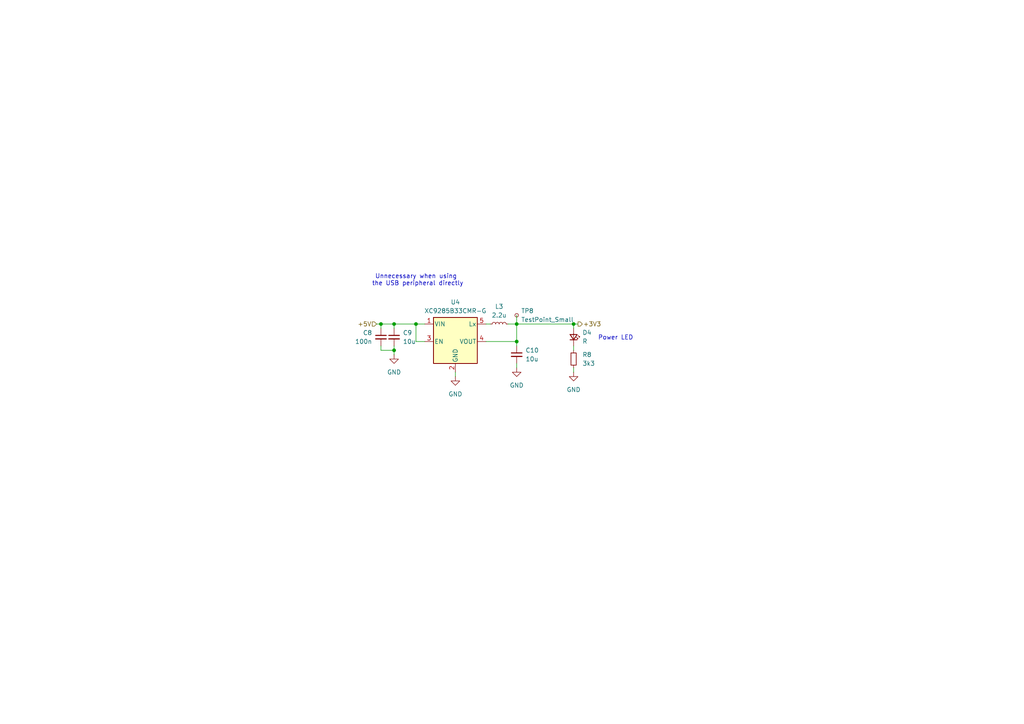
<source format=kicad_sch>
(kicad_sch (version 20250114) (generator "eeschema") (generator_version "9.0")
  (paper "A4")
  (lib_symbols
    (symbol "Connector:TestPoint_Small" (pin_numbers (hide yes)) (pin_names (offset 0.762) (hide yes))
      (property "Reference" "TP" (at 0 3.81 0))
      (property "Value" "TestPoint_Small" (at 0 2.032 0))
      (symbol "TestPoint_Small_0_1"
        (circle (center 0 0) (radius 0.508))
      )
      (symbol "TestPoint_Small_1_1"
        (pin passive line (at 0 0 90) (length 0) (name "1") (number "1"))
      )
    )
    (symbol "DCDC_Converter_Custom:XC9285B33CMR-G" (pin_names (offset 0.254))
      (property "Reference" "U" (at -5.08 8.255 0))
      (property "Value" "XC9285B33CMR-G" (at 0 8.255 0))
      (symbol "XC9285B33CMR-G_0_1"
        (rectangle (start -6.35 6.985) (end 6.35 -6.35) (stroke (width 0.254)) (fill (type background)))
      )
      (symbol "XC9285B33CMR-G_1_0"
        (pin input line (at -8.89 0 0) (length 2.54) (name "EN") (number "3"))
      )
      (symbol "XC9285B33CMR-G_1_1"
        (pin power_in line (at -8.89 5.08 0) (length 2.54) (name "VIN") (number "1"))
        (pin power_in line (at 0 -8.89 90) (length 2.54) (name "GND") (number "2"))
        (pin power_out line (at 8.89 5.08 180) (length 2.54) (name "Lx") (number "5"))
        (pin power_out line (at 8.89 0 180) (length 2.54) (name "VOUT") (number "4"))
      )
    )
    (symbol "Device:C_Small" (pin_numbers (hide yes)) (pin_names (offset 0.254) (hide yes))
      (property "Reference" "C" (at 0.254 1.778 0))
      (property "Value" "C_Small" (at 0.254 -2.032 0))
      (symbol "C_Small_0_1"
        (polyline (pts (xy -1.524 0.508) (xy 1.524 0.508)) (stroke (width 0.3048)))
        (polyline (pts (xy -1.524 -0.508) (xy 1.524 -0.508)) (stroke (width 0.3302)))
      )
      (symbol "C_Small_1_1"
        (pin passive line (at 0 2.54 270) (length 2.032) (name "~") (number "1"))
        (pin passive line (at 0 -2.54 90) (length 2.032) (name "~") (number "2"))
      )
    )
    (symbol "Device:LED_Small" (pin_numbers (hide yes)) (pin_names (offset 0.254) (hide yes))
      (property "Reference" "D" (at -1.27 3.175 0))
      (property "Value" "LED_Small" (at -4.445 -2.54 0))
      (symbol "LED_Small_0_1"
        (polyline (pts (xy -0.762 -1.016) (xy -0.762 1.016)) (stroke (width 0.254)))
        (polyline (pts (xy 0 0.762) (xy -0.508 1.27) (xy -0.254 1.27) (xy -0.508 1.27) (xy -0.508 1.016)))
        (polyline (pts (xy 0.508 1.27) (xy 0 1.778) (xy 0.254 1.778) (xy 0 1.778) (xy 0 1.524)))
        (polyline (pts (xy 0.762 -1.016) (xy -0.762 0) (xy 0.762 1.016) (xy 0.762 -1.016)) (stroke (width 0.254)))
        (polyline (pts (xy 1.016 0) (xy -0.762 0)))
      )
      (symbol "LED_Small_1_1"
        (pin passive line (at -2.54 0 0) (length 1.778) (name "K") (number "1"))
        (pin passive line (at 2.54 0 180) (length 1.778) (name "A") (number "2"))
      )
    )
    (symbol "Device:L_Small" (pin_numbers (hide yes)) (pin_names (offset 0.254) (hide yes))
      (property "Reference" "L" (at 0.762 1.016 0))
      (property "Value" "L_Small" (at 0.762 -1.016 0))
      (symbol "L_Small_0_1"
        (arc (start 0 2.032) (mid 0.5058 1.524) (end 0 1.016))
        (arc (start 0 1.016) (mid 0.5058 0.508) (end 0 0))
        (arc (start 0 0) (mid 0.5058 -0.508) (end 0 -1.016))
        (arc (start 0 -1.016) (mid 0.5058 -1.524) (end 0 -2.032))
      )
      (symbol "L_Small_1_1"
        (pin passive line (at 0 2.54 270) (length 0.508) (name "~") (number "1"))
        (pin passive line (at 0 -2.54 90) (length 0.508) (name "~") (number "2"))
      )
    )
    (symbol "Device:R_Small" (pin_numbers (hide yes)) (pin_names (offset 0.254) (hide yes))
      (property "Reference" "R" (at 0 0 90))
      (property "Value" "R_Small" (at 1.778 0 90))
      (symbol "R_Small_0_1"
        (rectangle (start -0.762 1.778) (end 0.762 -1.778) (stroke (width 0.2032)))
      )
      (symbol "R_Small_1_1"
        (pin passive line (at 0 2.54 270) (length 0.762) (name "~") (number "1"))
        (pin passive line (at 0 -2.54 90) (length 0.762) (name "~") (number "2"))
      )
    )
    (symbol "power:GND" (power) (pin_numbers (hide yes)) (pin_names (offset 0) (hide yes))
      (property "Value" "GND" (at 0 -3.81 0))
      (symbol "GND_0_1"
        (polyline (pts (xy 0 0) (xy 0 -1.27) (xy 1.27 -1.27) (xy 0 -2.54) (xy -1.27 -1.27) (xy 0 -1.27)))
      )
      (symbol "GND_1_1"
        (pin power_in line (at 0 0 270) (length 0) (name "~") (number "1"))
      )
    )
  )
  (text "Power LED" (at 178.562 98.044 0) (effects (font (size 1.27 1.27))))
  (text "Unnecessary when using \nthe USB peripheral directly" (at 121.158 81.28 0) (effects (font (size 1.27 1.27))))
  (junction (at 166.37 93.98))
  (junction (at 114.3 101.6))
  (junction (at 149.86 93.98))
  (junction (at 114.3 93.98))
  (junction (at 120.65 93.98))
  (junction (at 149.86 99.06))
  (junction (at 110.49 93.98))
  (wire (pts (xy 149.86 93.98) (xy 149.86 99.06)))
  (wire (pts (xy 149.86 99.06) (xy 149.86 100.33)))
  (wire (pts (xy 166.37 106.68) (xy 166.37 107.95)))
  (wire (pts (xy 166.37 100.33) (xy 166.37 101.6)))
  (wire (pts (xy 166.37 93.98) (xy 166.37 95.25)))
  (wire (pts (xy 120.65 99.06) (xy 120.65 93.98)))
  (wire (pts (xy 114.3 101.6) (xy 114.3 102.87)))
  (wire (pts (xy 110.49 93.98) (xy 110.49 95.25)))
  (wire (pts (xy 114.3 100.33) (xy 114.3 101.6)))
  (wire (pts (xy 123.19 99.06) (xy 120.65 99.06)))
  (wire (pts (xy 114.3 93.98) (xy 120.65 93.98)))
  (wire (pts (xy 114.3 101.6) (xy 110.49 101.6)))
  (wire (pts (xy 114.3 93.98) (xy 114.3 95.25)))
  (wire (pts (xy 166.37 93.98) (xy 167.64 93.98)))
  (wire (pts (xy 110.49 100.33) (xy 110.49 101.6)))
  (wire (pts (xy 109.22 93.98) (xy 110.49 93.98)))
  (wire (pts (xy 149.86 105.41) (xy 149.86 106.68)))
  (wire (pts (xy 149.86 91.44) (xy 149.86 93.98)))
  (wire (pts (xy 140.97 93.98) (xy 142.24 93.98)))
  (wire (pts (xy 140.97 99.06) (xy 149.86 99.06)))
  (wire (pts (xy 110.49 93.98) (xy 114.3 93.98)))
  (wire (pts (xy 149.86 93.98) (xy 166.37 93.98)))
  (wire (pts (xy 147.32 93.98) (xy 149.86 93.98)))
  (wire (pts (xy 132.08 107.95) (xy 132.08 109.22)))
  (wire (pts (xy 120.65 93.98) (xy 123.19 93.98)))
  (hierarchical_label "+3V3" (shape output) (at 167.64 93.98 0))
  (hierarchical_label "+5V" (shape input) (at 109.22 93.98 180))
  (symbol (lib_id "power:GND") (at 132.08 109.22 0) (unit 1)
    (property "Reference" "#PWR034" (effects (hide yes)))
    (property "Value" "GND" (at 132.08 114.3 0))
    (property "Description" "Power symbol creates a global label with name \"GND\" , ground" (effects (hide yes)))
  )
  (symbol (lib_id "Device:C_Small") (at 149.86 102.87 0) (unit 1)
    (property "Reference" "C10" (at 152.4 101.6062 0) (effects (justify left)))
    (property "Value" "10u" (at 152.4 104.1462 0) (effects (justify left)))
    (property "Footprint" "Capacitor_SMD:C_0603_1608Metric" (effects (hide yes)))
    (property "Description" "Unpolarized capacitor, small symbol" (effects (hide yes)))
  )
  (symbol (lib_id "Device:C_Small") (at 114.3 97.79 0) (unit 1)
    (property "Reference" "C9" (at 116.84 96.5262 0) (effects (justify left)))
    (property "Value" "10u" (at 116.84 99.0662 0) (effects (justify left)))
    (property "Footprint" "Capacitor_SMD:C_0603_1608Metric" (effects (hide yes)))
    (property "Description" "Unpolarized capacitor, small symbol" (effects (hide yes)))
  )
  (symbol (lib_id "Device:C_Small") (at 110.49 97.79 0) (mirror y) (unit 1)
    (property "Reference" "C8" (at 107.95 96.5262 0) (effects (justify left)))
    (property "Value" "100n" (at 107.95 99.0662 0) (effects (justify left)))
    (property "Footprint" "Capacitor_SMD:C_0603_1608Metric" (effects (hide yes)))
    (property "Description" "Unpolarized capacitor, small symbol" (effects (hide yes)))
  )
  (symbol (lib_id "Connector:TestPoint_Small") (at 149.86 91.44 0) (unit 1) (in_bom no)
    (property "Reference" "TP8" (at 151.13 90.1699 0) (effects (justify left)))
    (property "Value" "TestPoint_Small" (at 151.13 92.7099 0) (effects (justify left)))
    (property "Footprint" "TestPoint:TestPoint_Pad_D1.0mm" (effects (hide yes)))
    (property "Description" "test point" (effects (hide yes)))
  )
  (symbol (lib_id "power:GND") (at 149.86 106.68 0) (unit 1)
    (property "Reference" "#PWR032" (effects (hide yes)))
    (property "Value" "GND" (at 149.86 111.76 0))
    (property "Description" "Power symbol creates a global label with name \"GND\" , ground" (effects (hide yes)))
  )
  (symbol (lib_id "power:GND") (at 166.37 107.95 0) (unit 1)
    (property "Reference" "#PWR033" (effects (hide yes)))
    (property "Value" "GND" (at 166.37 113.03 0))
    (property "Description" "Power symbol creates a global label with name \"GND\" , ground" (effects (hide yes)))
  )
  (symbol (lib_id "Device:L_Small") (at 144.78 93.98 90) (unit 1)
    (property "Reference" "L3" (at 144.78 88.9 90))
    (property "Value" "2.2u" (at 144.78 91.44 90))
    (property "Footprint" "Inductor_SMD:L_0805_2012Metric" (effects (hide yes)))
    (property "Description" "Inductor, small symbol" (effects (hide yes)))
  )
  (symbol (lib_id "DCDC_Converter_Custom:XC9285B33CMR-G") (at 132.08 99.06 0) (unit 1)
    (property "Reference" "U4" (at 132.08 87.63 0))
    (property "Value" "XC9285B33CMR-G" (at 132.08 90.17 0))
    (property "Footprint" "Package_TO_SOT_SMD:SOT-23-5" (effects (hide yes)))
    (property "Datasheet" "https://product.torexsemi.com/system/files/series/xc9285.pdf" (effects (hide yes)))
    (property "Description" "3.6V buck converter, SOT-23-5" (effects (hide yes)))
  )
  (symbol (lib_id "Device:LED_Small") (at 166.37 97.79 270) (mirror x) (unit 1)
    (property "Reference" "D4" (at 168.91 96.4564 90) (effects (justify left)))
    (property "Value" "R" (at 168.91 98.9964 90) (effects (justify left)))
    (property "Footprint" "LED_SMD:LED_0603_1608Metric" (effects (hide yes)))
    (property "Description" "Light emitting diode, small symbol" (effects (hide yes)))
    (property "Sim.Pin" "1=K 2=A" (effects (hide yes)))
    (property "Mfr No" "150060RS83000" (effects (hide yes)))
    (property "Current" "< 1 mA" (effects (hide yes)))
    (property "Voltage" "1.75 V" (effects (hide yes)))
  )
  (symbol (lib_id "Device:R_Small") (at 166.37 104.14 0) (unit 1)
    (property "Reference" "R8" (at 168.91 102.8699 0) (effects (justify left)))
    (property "Value" "3k3" (at 168.91 105.4099 0) (effects (justify left)))
    (property "Footprint" "Resistor_SMD:R_0603_1608Metric" (effects (hide yes)))
    (property "Description" "Resistor, small symbol" (effects (hide yes)))
  )
  (symbol (lib_id "power:GND") (at 114.3 102.87 0) (unit 1)
    (property "Reference" "#PWR030" (effects (hide yes)))
    (property "Value" "GND" (at 114.3 107.95 0))
    (property "Description" "Power symbol creates a global label with name \"GND\" , ground" (effects (hide yes)))
  )
)
</source>
